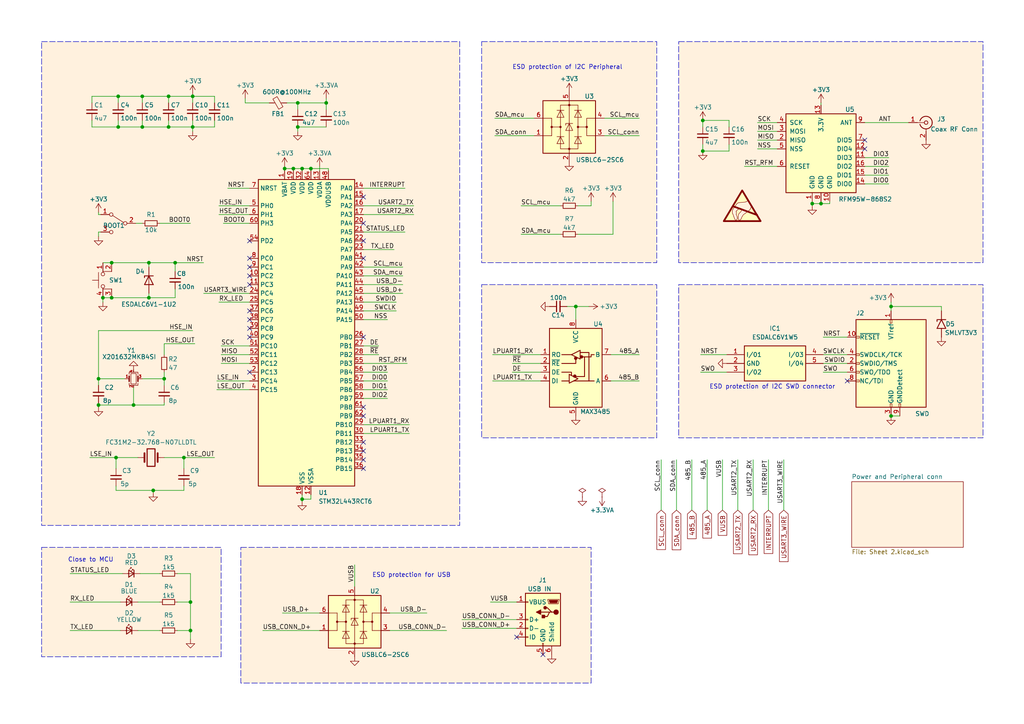
<source format=kicad_sch>
(kicad_sch (version 20230121) (generator eeschema)
  (paper "A4")
  (title_block (title "NPK RFM96 Board") (date "2023-08-11") (rev "v1a") (company "SENSEA LABS"))
  (lib_symbols
    (symbol "Collins_Custom_Libs:Conn_Coaxial_RF_Connector"
      (property "Reference" "J" (at 0 3.175 0))
      (property "Value" "Coax RF Conn" (at 3.175 -0.635 90))
      (symbol "Conn_Coaxial_RF_Connector_1_1"
        (pin passive line (at -5.08 0 0) (length 2.54) (name "In") (number "1"))
        (pin passive line (at 0 -5.08 90) (length 2.54) (name "GND") (number "2"))
        (pin passive line (at 0 -5.08 90) (length 2.54) hide (name "GND") (number "3"))
      )
    )
    (symbol "Collins_Custom_Libs:ESDALC6V1W5"
      (property "Reference" "IC" (at 24.13 7.62 0))
      (property "Value" "ESDALC6V1W5" (at 24.13 5.08 0))
      (symbol "ESDALC6V1W5_1_1"
        (pin passive line (at 0 0 0) (length 5.08) (name "I/01") (number "1"))
        (pin passive line (at 0 -2.54 0) (length 5.08) (name "GND") (number "2"))
        (pin passive line (at 0 -5.08 0) (length 5.08) (name "I/02") (number "3"))
        (pin passive line (at 27.94 0 180) (length 5.08) (name "I/03") (number "4"))
        (pin passive line (at 27.94 -2.54 180) (length 5.08) (name "I/04") (number "5"))
      )
    )
    (symbol "Connector:Conn_ARM_JTAG_SWD_10" (pin_names (offset 1.016))
      (property "Reference" "J" (at -2.54 16.51 0))
      (property "Value" "Conn_ARM_JTAG_SWD_10" (at -2.54 13.97 0))
      (symbol "Conn_ARM_JTAG_SWD_10_1_1"
        (pin power_in line (at 0 15.24 270) (length 2.54) (name "VTref") (number "1"))
        (pin open_collector line (at 12.7 7.62 180) (length 2.54) (name "~{RESET}") (number "10"))
        (pin bidirectional line (at 12.7 0 180) (length 2.54) (name "SWDIO/TMS") (number "2"))
        (pin power_in line (at 0 -15.24 90) (length 2.54) (name "GND") (number "3"))
        (pin output line (at 12.7 2.54 180) (length 2.54) (name "SWDCLK/TCK") (number "4"))
        (pin passive line (at 0 -15.24 90) (length 2.54) hide (name "GND") (number "5"))
        (pin input line (at 12.7 -2.54 180) (length 2.54) (name "SWO/TDO") (number "6"))
        (pin no_connect line (at -10.16 0 0) (length 2.54) hide (name "KEY") (number "7"))
        (pin output line (at 12.7 -5.08 180) (length 2.54) (name "NC/TDI") (number "8"))
        (pin passive line (at -2.54 -15.24 90) (length 2.54) (name "GNDDetect") (number "9"))
      )
    )
    (symbol "Connector:USB_B_Micro" (pin_names (offset 1.016))
      (property "Reference" "J" (at -5.08 11.43 0))
      (property "Value" "USB_B_Micro" (at -5.08 8.89 0))
      (symbol "USB_B_Micro_1_1"
        (pin power_out line (at 7.62 5.08 180) (length 2.54) (name "VBUS") (number "1"))
        (pin bidirectional line (at 7.62 -2.54 180) (length 2.54) (name "D-") (number "2"))
        (pin bidirectional line (at 7.62 0 180) (length 2.54) (name "D+") (number "3"))
        (pin passive line (at 7.62 -5.08 180) (length 2.54) (name "ID") (number "4"))
        (pin power_out line (at 0 -10.16 90) (length 2.54) (name "GND") (number "5"))
        (pin passive line (at -2.54 -10.16 90) (length 2.54) (name "Shield") (number "6"))
      )
    )
    (symbol "Device:C_Small" (pin_numbers hide) (pin_names (offset 0.254) hide)
      (property "Reference" "C" (at 0.254 1.778 0))
      (property "Value" "C_Small" (at 0.254 -2.032 0))
      (symbol "C_Small_1_1"
        (pin passive line (at 0 2.54 270) (length 2.032) (name "~") (number "1"))
        (pin passive line (at 0 -2.54 90) (length 2.032) (name "~") (number "2"))
      )
    )
    (symbol "Device:Crystal" (pin_numbers hide) (pin_names (offset 1.016) hide)
      (property "Reference" "Y" (at 0 3.81 0))
      (property "Value" "Crystal" (at 0 -3.81 0))
      (symbol "Crystal_1_1"
        (pin passive line (at -3.81 0 0) (length 1.27) (name "1") (number "1"))
        (pin passive line (at 3.81 0 180) (length 1.27) (name "2") (number "2"))
      )
    )
    (symbol "Device:Crystal_GND24_Small" (pin_names (offset 1.016) hide)
      (property "Reference" "Y" (at 1.27 4.445 0))
      (property "Value" "Crystal_GND24_Small" (at 1.27 2.54 0))
      (symbol "Crystal_GND24_Small_1_1"
        (pin passive line (at -2.54 0 0) (length 1.27) (name "1") (number "1"))
        (pin passive line (at 0 -2.54 90) (length 0.635) (name "2") (number "2"))
        (pin passive line (at 2.54 0 180) (length 1.27) (name "3") (number "3"))
        (pin passive line (at 0 2.54 270) (length 0.635) (name "4") (number "4"))
      )
    )
    (symbol "Device:FerriteBead_Small" (pin_numbers hide) (pin_names (offset 0))
      (property "Reference" "FB" (at 1.905 1.27 0))
      (property "Value" "FerriteBead_Small" (at 1.905 -1.27 0))
      (symbol "FerriteBead_Small_1_1"
        (pin passive line (at 0 2.54 270) (length 1.27) (name "~") (number "1"))
        (pin passive line (at 0 -2.54 90) (length 1.27) (name "~") (number "2"))
      )
    )
    (symbol "Device:LED_Small" (pin_numbers hide) (pin_names (offset 0.254) hide)
      (property "Reference" "D" (at -1.27 3.175 0))
      (property "Value" "LED_Small" (at -4.445 -2.54 0))
      (symbol "LED_Small_1_1"
        (pin passive line (at -2.54 0 0) (length 1.778) (name "K") (number "1"))
        (pin passive line (at 2.54 0 180) (length 1.778) (name "A") (number "2"))
      )
    )
    (symbol "Device:R_Small" (pin_numbers hide) (pin_names (offset 0.254) hide)
      (property "Reference" "R" (at 0.762 0.508 0))
      (property "Value" "R_Small" (at 0.762 -1.016 0))
      (symbol "R_Small_1_1"
        (pin passive line (at 0 2.54 270) (length 0.762) (name "~") (number "1"))
        (pin passive line (at 0 -2.54 90) (length 0.762) (name "~") (number "2"))
      )
    )
    (symbol "Diode:ESD5Zxx" (pin_numbers hide) (pin_names hide)
      (property "Reference" "D" (at 0 2.54 0))
      (property "Value" "ESD5Zxx" (at 0 -2.54 0))
      (symbol "ESD5Zxx_1_1"
        (pin passive line (at -3.81 0 0) (length 2.54) (name "K") (number "1"))
        (pin passive line (at 3.81 0 180) (length 2.54) (name "A") (number "2"))
      )
    )
    (symbol "Diode:SM6T6V8A" (pin_numbers hide) (pin_names (offset 1.016) hide)
      (property "Reference" "D" (at 0 2.54 0))
      (property "Value" "SM6T6V8A" (at 0 -2.54 0))
      (symbol "SM6T6V8A_1_1"
        (pin passive line (at -3.81 0 0) (length 2.54) (name "A1") (number "1"))
        (pin passive line (at 3.81 0 180) (length 2.54) (name "A2") (number "2"))
      )
    )
    (symbol "Graphic:SYM_ESD_Large" (in_bom no) (on_board no))
    (symbol "Interface_UART:MAX3485"
      (property "Reference" "U" (at -6.096 11.43 0))
      (property "Value" "MAX3485" (at 0.762 11.43 0))
      (symbol "MAX3485_1_1"
        (pin output line (at -10.16 2.54 0) (length 2.54) (name "RO") (number "1"))
        (pin input line (at -10.16 0 0) (length 2.54) (name "~{RE}") (number "2"))
        (pin input line (at -10.16 -2.54 0) (length 2.54) (name "DE") (number "3"))
        (pin input line (at -10.16 -5.08 0) (length 2.54) (name "DI") (number "4"))
        (pin power_in line (at 0 -15.24 90) (length 2.54) (name "GND") (number "5"))
        (pin bidirectional line (at 10.16 -5.08 180) (length 2.54) (name "A") (number "6"))
        (pin bidirectional line (at 10.16 2.54 180) (length 2.54) (name "B") (number "7"))
        (pin power_in line (at 0 12.7 270) (length 2.54) (name "VCC") (number "8"))
      )
    )
    (symbol "MCU_ST_STM32L4:STM32L443RCTx"
      (property "Reference" "U" (at -12.7 46.99 0))
      (property "Value" "STM32L443RCTx" (at 10.16 46.99 0))
      (symbol "STM32L443RCTx_1_1"
        (pin power_in line (at -5.08 48.26 270) (length 2.54) (name "VBAT") (number "1"))
        (pin bidirectional line (at -15.24 17.78 0) (length 2.54) (name "PC2") (number "10"))
        (pin bidirectional line (at -15.24 15.24 0) (length 2.54) (name "PC3") (number "11"))
        (pin power_in line (at 2.54 -45.72 90) (length 2.54) (name "VSSA") (number "12"))
        (pin power_in line (at 5.08 48.26 270) (length 2.54) (name "VDDA") (number "13"))
        (pin bidirectional line (at 17.78 43.18 180) (length 2.54) (name "PA0") (number "14"))
        (pin bidirectional line (at 17.78 40.64 180) (length 2.54) (name "PA1") (number "15"))
        (pin bidirectional line (at 17.78 38.1 180) (length 2.54) (name "PA2") (number "16"))
        (pin bidirectional line (at 17.78 35.56 180) (length 2.54) (name "PA3") (number "17"))
        (pin power_in line (at 0 -45.72 90) (length 2.54) (name "VSS") (number "18"))
        (pin power_in line (at -2.54 48.26 270) (length 2.54) (name "VDD") (number "19"))
        (pin bidirectional line (at -15.24 -10.16 0) (length 2.54) (name "PC13") (number "2"))
        (pin bidirectional line (at 17.78 33.02 180) (length 2.54) (name "PA4") (number "20"))
        (pin bidirectional line (at 17.78 30.48 180) (length 2.54) (name "PA5") (number "21"))
        (pin bidirectional line (at 17.78 27.94 180) (length 2.54) (name "PA6") (number "22"))
        (pin bidirectional line (at 17.78 25.4 180) (length 2.54) (name "PA7") (number "23"))
        (pin bidirectional line (at -15.24 12.7 0) (length 2.54) (name "PC4") (number "24"))
        (pin bidirectional line (at -15.24 10.16 0) (length 2.54) (name "PC5") (number "25"))
        (pin bidirectional line (at 17.78 0 180) (length 2.54) (name "PB0") (number "26"))
        (pin bidirectional line (at 17.78 -2.54 180) (length 2.54) (name "PB1") (number "27"))
        (pin bidirectional line (at 17.78 -5.08 180) (length 2.54) (name "PB2") (number "28"))
        (pin bidirectional line (at 17.78 -25.4 180) (length 2.54) (name "PB10") (number "29"))
        (pin bidirectional line (at -15.24 -12.7 0) (length 2.54) (name "PC14") (number "3"))
        (pin bidirectional line (at 17.78 -27.94 180) (length 2.54) (name "PB11") (number "30"))
        (pin passive line (at 0 -45.72 90) (length 2.54) hide (name "VSS") (number "31"))
        (pin power_in line (at 0 48.26 270) (length 2.54) (name "VDD") (number "32"))
        (pin bidirectional line (at 17.78 -30.48 180) (length 2.54) (name "PB12") (number "33"))
        (pin bidirectional line (at 17.78 -33.02 180) (length 2.54) (name "PB13") (number "34"))
        (pin bidirectional line (at 17.78 -35.56 180) (length 2.54) (name "PB14") (number "35"))
        (pin bidirectional line (at 17.78 -38.1 180) (length 2.54) (name "PB15") (number "36"))
        (pin bidirectional line (at -15.24 7.62 0) (length 2.54) (name "PC6") (number "37"))
        (pin bidirectional line (at -15.24 5.08 0) (length 2.54) (name "PC7") (number "38"))
        (pin bidirectional line (at -15.24 2.54 0) (length 2.54) (name "PC8") (number "39"))
        (pin bidirectional line (at -15.24 -15.24 0) (length 2.54) (name "PC15") (number "4"))
        (pin bidirectional line (at -15.24 0 0) (length 2.54) (name "PC9") (number "40"))
        (pin bidirectional line (at 17.78 22.86 180) (length 2.54) (name "PA8") (number "41"))
        (pin bidirectional line (at 17.78 20.32 180) (length 2.54) (name "PA9") (number "42"))
        (pin bidirectional line (at 17.78 17.78 180) (length 2.54) (name "PA10") (number "43"))
        (pin bidirectional line (at 17.78 15.24 180) (length 2.54) (name "PA11") (number "44"))
        (pin bidirectional line (at 17.78 12.7 180) (length 2.54) (name "PA12") (number "45"))
        (pin bidirectional line (at 17.78 10.16 180) (length 2.54) (name "PA13") (number "46"))
        (pin passive line (at 0 -45.72 90) (length 2.54) hide (name "VSS") (number "47"))
        (pin power_in line (at 7.62 48.26 270) (length 2.54) (name "VDDUSB") (number "48"))
        (pin bidirectional line (at 17.78 7.62 180) (length 2.54) (name "PA14") (number "49"))
        (pin bidirectional line (at -15.24 38.1 0) (length 2.54) (name "PH0") (number "5"))
        (pin bidirectional line (at 17.78 5.08 180) (length 2.54) (name "PA15") (number "50"))
        (pin bidirectional line (at -15.24 -2.54 0) (length 2.54) (name "PC10") (number "51"))
        (pin bidirectional line (at -15.24 -5.08 0) (length 2.54) (name "PC11") (number "52"))
        (pin bidirectional line (at -15.24 -7.62 0) (length 2.54) (name "PC12") (number "53"))
        (pin bidirectional line (at -15.24 27.94 0) (length 2.54) (name "PD2") (number "54"))
        (pin bidirectional line (at 17.78 -7.62 180) (length 2.54) (name "PB3") (number "55"))
        (pin bidirectional line (at 17.78 -10.16 180) (length 2.54) (name "PB4") (number "56"))
        (pin bidirectional line (at 17.78 -12.7 180) (length 2.54) (name "PB5") (number "57"))
        (pin bidirectional line (at 17.78 -15.24 180) (length 2.54) (name "PB6") (number "58"))
        (pin bidirectional line (at 17.78 -17.78 180) (length 2.54) (name "PB7") (number "59"))
        (pin bidirectional line (at -15.24 35.56 0) (length 2.54) (name "PH1") (number "6"))
        (pin bidirectional line (at -15.24 33.02 0) (length 2.54) (name "PH3") (number "60"))
        (pin bidirectional line (at 17.78 -20.32 180) (length 2.54) (name "PB8") (number "61"))
        (pin bidirectional line (at 17.78 -22.86 180) (length 2.54) (name "PB9") (number "62"))
        (pin passive line (at 0 -45.72 90) (length 2.54) hide (name "VSS") (number "63"))
        (pin power_in line (at 2.54 48.26 270) (length 2.54) (name "VDD") (number "64"))
        (pin input line (at -15.24 43.18 0) (length 2.54) (name "NRST") (number "7"))
        (pin bidirectional line (at -15.24 22.86 0) (length 2.54) (name "PC0") (number "8"))
        (pin bidirectional line (at -15.24 20.32 0) (length 2.54) (name "PC1") (number "9"))
      )
    )
    (symbol "Power_Protection:USBLC6-2SC6" (pin_names hide)
      (property "Reference" "U" (at 2.54 8.89 0))
      (property "Value" "USBLC6-2SC6" (at 2.54 -8.89 0))
      (symbol "USBLC6-2SC6_1_1"
        (pin passive line (at -10.16 -2.54 0) (length 2.54) (name "I/O1") (number "1"))
        (pin passive line (at 0 -10.16 90) (length 2.54) (name "GND") (number "2"))
        (pin passive line (at 10.16 -2.54 180) (length 2.54) (name "I/O2") (number "3"))
        (pin passive line (at 10.16 2.54 180) (length 2.54) (name "I/O2") (number "4"))
        (pin passive line (at 0 10.16 270) (length 2.54) (name "VBUS") (number "5"))
        (pin passive line (at -10.16 2.54 0) (length 2.54) (name "I/O1") (number "6"))
      )
    )
    (symbol "RF_Module:RFM95W-868S2" (pin_names (offset 1.016))
      (property "Reference" "U" (at -10.414 11.684 0))
      (property "Value" "RFM95W-868S2" (at 1.524 11.43 0))
      (symbol "RFM95W-868S2_1_1"
        (pin power_in line (at -2.54 -15.24 90) (length 2.54) (name "GND") (number "1"))
        (pin power_in line (at 2.54 -15.24 90) (length 2.54) (name "GND") (number "10"))
        (pin bidirectional line (at 12.7 -2.54 180) (length 2.54) (name "DIO3") (number "11"))
        (pin bidirectional line (at 12.7 0 180) (length 2.54) (name "DIO4") (number "12"))
        (pin power_in line (at 0 12.7 270) (length 2.54) (name "3.3V") (number "13"))
        (pin bidirectional line (at 12.7 -10.16 180) (length 2.54) (name "DIO0") (number "14"))
        (pin bidirectional line (at 12.7 -7.62 180) (length 2.54) (name "DIO1") (number "15"))
        (pin bidirectional line (at 12.7 -5.08 180) (length 2.54) (name "DIO2") (number "16"))
        (pin output line (at -12.7 2.54 0) (length 2.54) (name "MISO") (number "2"))
        (pin input line (at -12.7 5.08 0) (length 2.54) (name "MOSI") (number "3"))
        (pin input line (at -12.7 7.62 0) (length 2.54) (name "SCK") (number "4"))
        (pin input line (at -12.7 0 0) (length 2.54) (name "NSS") (number "5"))
        (pin bidirectional line (at -12.7 -5.08 0) (length 2.54) (name "RESET") (number "6"))
        (pin bidirectional line (at 12.7 2.54 180) (length 2.54) (name "DIO5") (number "7"))
        (pin power_in line (at 0 -15.24 90) (length 2.54) (name "GND") (number "8"))
        (pin bidirectional line (at 12.7 7.62 180) (length 2.54) (name "ANT") (number "9"))
      )
    )
    (symbol "Switch:SW_MEC_5E" (pin_names (offset 1.016) hide)
      (property "Reference" "SW" (at 0.635 5.715 0))
      (property "Value" "SW_MEC_5E" (at 0 -3.175 0))
      (symbol "SW_MEC_5E_0_1"
        (pin passive line (at -5.08 2.54 0) (length 2.54) (name "1") (number "1"))
        (pin passive line (at -5.08 0 0) (length 2.54) (name "2") (number "2"))
        (pin passive line (at 5.08 0 180) (length 2.54) (name "K") (number "3"))
        (pin passive line (at 5.08 2.54 180) (length 2.54) (name "A") (number "4"))
      )
    )
    (symbol "Switch:SW_SPDT" (pin_names (offset 0) hide)
      (property "Reference" "SW" (at 0 4.318 0))
      (property "Value" "SW_SPDT" (at 0 -5.08 0))
      (symbol "SW_SPDT_1_1"
        (pin passive line (at 5.08 2.54 180) (length 2.54) (name "A") (number "1"))
        (pin passive line (at -5.08 0 0) (length 2.54) (name "B") (number "2"))
        (pin passive line (at 5.08 -2.54 180) (length 2.54) (name "C") (number "3"))
      )
    )
    (symbol "power:+3.3VA" (power) (pin_names (offset 0))
      (property "Value" "+3.3VA" (at 0 3.556 0))
      (symbol "+3.3VA_1_1"
        (pin power_in line (at 0 0 90) (length 0) hide (name "+3.3VA") (number "1"))
      )
    )
    (symbol "power:+3V3" (power) (pin_names (offset 0))
      (property "Value" "+3V3" (at 0 3.556 0))
      (symbol "+3V3_1_1"
        (pin power_in line (at 0 0 90) (length 0) hide (name "+3V3") (number "1"))
      )
    )
    (symbol "power:GND" (power) (pin_names (offset 0))
      (property "Value" "GND" (at 0 -3.81 0))
      (symbol "GND_1_1"
        (pin power_in line (at 0 0 270) (length 0) hide (name "GND") (number "1"))
      )
    )
    (symbol "power:PWR_FLAG" (power) (pin_numbers hide) (pin_names (offset 0) hide)
      (property "Value" "PWR_FLAG" (at 0 3.81 0))
      (symbol "PWR_FLAG_0_0"
        (pin power_out line (at 0 0 90) (length 0) (name "pwr") (number "1"))
      )
    )
  )
  (junction (at 34.29 27.94))
  (junction (at 38.735 117.475))
  (junction (at 82.55 48.895))
  (junction (at 28.575 117.475))
  (junction (at 87.63 48.895))
  (junction (at 258.445 120.65))
  (junction (at 48.895 27.94))
  (junction (at 238.125 59.055))
  (junction (at 50.8 76.2))
  (junction (at 203.835 43.815))
  (junction (at 44.45 142.24))
  (junction (at 86.36 36.83))
  (junction (at 86.36 29.845))
  (junction (at 41.275 36.83))
  (junction (at 47.625 109.855))
  (junction (at 85.09 48.895))
  (junction (at 167.005 88.9))
  (junction (at 41.275 27.94))
  (junction (at 32.385 86.36))
  (junction (at 53.34 132.715))
  (junction (at 33.655 132.715))
  (junction (at 94.615 29.845))
  (junction (at 87.63 144.78))
  (junction (at 29.845 86.36))
  (junction (at 28.575 109.855))
  (junction (at 55.245 182.88))
  (junction (at 43.18 86.36))
  (junction (at 43.18 76.2))
  (junction (at 34.29 36.83))
  (junction (at 32.385 76.2))
  (junction (at 235.585 59.055))
  (junction (at 55.88 27.94))
  (junction (at 258.445 88.9))
  (junction (at 203.835 34.925))
  (junction (at 55.88 36.83))
  (junction (at 48.895 36.83))
  (junction (at 55.245 174.625))
  (junction (at 90.17 48.895))
  (no_connect (at 105.41 130.81))
  (no_connect (at 245.745 110.49))
  (no_connect (at 250.825 43.18))
  (no_connect (at 149.86 184.785))
  (no_connect (at 72.39 95.25))
  (no_connect (at 157.48 189.865))
  (no_connect (at 72.39 74.93))
  (no_connect (at 105.41 57.15))
  (no_connect (at 72.39 82.55))
  (no_connect (at 72.39 97.79))
  (no_connect (at 72.39 107.95))
  (no_connect (at 72.39 80.01))
  (no_connect (at 250.825 40.64))
  (no_connect (at 105.41 128.27))
  (no_connect (at 105.41 135.89))
  (no_connect (at 72.39 90.17))
  (no_connect (at 105.41 74.93))
  (no_connect (at 105.41 120.65))
  (no_connect (at 72.39 92.71))
  (no_connect (at 105.41 133.35))
  (no_connect (at 105.41 69.85))
  (no_connect (at 72.39 69.85))
  (no_connect (at 105.41 118.11))
  (no_connect (at 105.41 64.77))
  (no_connect (at 72.39 77.47))
  (no_connect (at 105.41 97.79))
  (wire (pts (xy 87.63 48.895) (xy 87.63 49.53)))
  (wire (pts (xy 86.36 31.75) (xy 86.36 29.845)))
  (wire (pts (xy 63.5 87.63) (xy 72.39 87.63)))
  (wire (pts (xy 162.56 67.945) (xy 151.13 67.945)))
  (wire (pts (xy 205.105 133.35) (xy 205.105 147.955)))
  (wire (pts (xy 238.76 97.79) (xy 245.745 97.79)))
  (wire (pts (xy 258.445 87.63) (xy 258.445 88.9)))
  (wire (pts (xy 90.17 144.78) (xy 90.17 143.51)))
  (wire (pts (xy 26.67 36.83) (xy 34.29 36.83)))
  (wire (pts (xy 33.655 140.97) (xy 33.655 142.24)))
  (wire (pts (xy 171.45 59.69) (xy 171.45 58.42)))
  (wire (pts (xy 51.435 166.37) (xy 55.245 166.37)))
  (wire (pts (xy 40.005 182.88) (xy 46.355 182.88)))
  (wire (pts (xy 133.985 182.245) (xy 149.86 182.245)))
  (wire (pts (xy 90.17 49.53) (xy 90.17 48.895)))
  (wire (pts (xy 82.55 48.895) (xy 82.55 49.53)))
  (wire (pts (xy 154.94 39.37) (xy 143.51 39.37)))
  (wire (pts (xy 48.895 27.94) (xy 41.275 27.94)))
  (wire (pts (xy 105.41 105.41) (xy 118.11 105.41)))
  (wire (pts (xy 245.745 107.95) (xy 238.76 107.95)))
  (wire (pts (xy 102.87 163.83) (xy 102.87 170.18)))
  (wire (pts (xy 48.895 34.925) (xy 48.895 36.83)))
  (wire (pts (xy 64.135 100.33) (xy 72.39 100.33)))
  (wire (pts (xy 34.29 36.83) (xy 41.275 36.83)))
  (wire (pts (xy 62.23 34.925) (xy 62.23 36.83)))
  (wire (pts (xy 240.665 59.055) (xy 238.125 59.055)))
  (wire (pts (xy 43.18 76.2) (xy 32.385 76.2)))
  (wire (pts (xy 50.8 83.82) (xy 50.8 86.36)))
  (wire (pts (xy 167.64 59.69) (xy 171.45 59.69)))
  (wire (pts (xy 87.63 144.78) (xy 87.63 143.51)))
  (wire (pts (xy 105.41 85.09) (xy 116.84 85.09)))
  (wire (pts (xy 92.71 48.26) (xy 92.71 49.53)))
  (wire (pts (xy 26.67 27.94) (xy 34.29 27.94)))
  (wire (pts (xy 55.245 174.625) (xy 55.245 182.88)))
  (wire (pts (xy 133.985 179.705) (xy 149.86 179.705)))
  (wire (pts (xy 245.745 102.87) (xy 238.76 102.87)))
  (wire (pts (xy 41.275 109.855) (xy 47.625 109.855)))
  (wire (pts (xy 40.005 174.625) (xy 46.355 174.625)))
  (wire (pts (xy 177.165 110.49) (xy 185.42 110.49)))
  (wire (pts (xy 28.575 117.475) (xy 38.735 117.475)))
  (wire (pts (xy 177.8 67.945) (xy 177.8 58.42)))
  (wire (pts (xy 66.04 54.61) (xy 72.39 54.61)))
  (wire (pts (xy 191.77 133.35) (xy 191.77 147.955)))
  (wire (pts (xy 64.135 105.41) (xy 72.39 105.41)))
  (wire (pts (xy 33.655 135.89) (xy 33.655 132.715)))
  (wire (pts (xy 28.575 118.11) (xy 28.575 117.475)))
  (wire (pts (xy 47.625 107.95) (xy 47.625 109.855)))
  (wire (pts (xy 28.575 62.23) (xy 28.575 61.595)))
  (wire (pts (xy 238.125 59.055) (xy 235.585 59.055)))
  (wire (pts (xy 250.825 48.26) (xy 257.81 48.26)))
  (wire (pts (xy 32.385 86.36) (xy 43.18 86.36)))
  (wire (pts (xy 50.8 76.2) (xy 59.055 76.2)))
  (wire (pts (xy 50.8 76.2) (xy 50.8 78.74)))
  (wire (pts (xy 250.825 50.8) (xy 257.81 50.8)))
  (wire (pts (xy 105.41 54.61) (xy 117.475 54.61)))
  (wire (pts (xy 64.135 102.87) (xy 72.39 102.87)))
  (wire (pts (xy 105.41 113.03) (xy 112.395 113.03)))
  (wire (pts (xy 105.41 102.87) (xy 109.855 102.87)))
  (wire (pts (xy 203.835 43.815) (xy 211.455 43.815)))
  (wire (pts (xy 196.215 133.35) (xy 196.215 147.955)))
  (wire (pts (xy 29.845 86.36) (xy 29.845 87.63)))
  (wire (pts (xy 170.815 88.9) (xy 167.005 88.9)))
  (wire (pts (xy 105.41 82.55) (xy 116.84 82.55)))
  (wire (pts (xy 113.03 182.88) (xy 129.54 182.88)))
  (wire (pts (xy 164.465 88.9) (xy 167.005 88.9)))
  (wire (pts (xy 105.41 90.17) (xy 114.935 90.17)))
  (wire (pts (xy 142.24 174.625) (xy 149.86 174.625)))
  (wire (pts (xy 38.735 117.475) (xy 38.735 112.395)))
  (wire (pts (xy 213.995 133.35) (xy 213.995 147.955)))
  (wire (pts (xy 148.59 105.41) (xy 156.845 105.41)))
  (wire (pts (xy 105.41 77.47) (xy 116.84 77.47)))
  (wire (pts (xy 41.275 27.94) (xy 41.275 29.845)))
  (wire (pts (xy 51.435 182.88) (xy 55.245 182.88)))
  (wire (pts (xy 47.625 99.695) (xy 47.625 102.87)))
  (wire (pts (xy 154.94 34.29) (xy 143.51 34.29)))
  (wire (pts (xy 105.41 67.31) (xy 117.475 67.31)))
  (wire (pts (xy 148.59 107.95) (xy 156.845 107.95)))
  (wire (pts (xy 56.515 99.695) (xy 47.625 99.695)))
  (wire (pts (xy 258.445 120.65) (xy 260.985 120.65)))
  (wire (pts (xy 250.825 45.72) (xy 257.81 45.72)))
  (wire (pts (xy 28.575 95.885) (xy 55.88 95.885)))
  (wire (pts (xy 44.45 142.24) (xy 44.45 142.875)))
  (wire (pts (xy 240.665 58.42) (xy 240.665 59.055)))
  (wire (pts (xy 28.575 109.855) (xy 28.575 111.76)))
  (wire (pts (xy 55.88 27.305) (xy 55.88 27.94)))
  (wire (pts (xy 62.865 110.49) (xy 72.39 110.49)))
  (wire (pts (xy 81.915 177.8) (xy 92.71 177.8)))
  (wire (pts (xy 32.385 76.2) (xy 29.845 76.2)))
  (wire (pts (xy 142.875 102.87) (xy 156.845 102.87)))
  (wire (pts (xy 53.34 142.24) (xy 44.45 142.24)))
  (wire (pts (xy 33.655 142.24) (xy 44.45 142.24)))
  (wire (pts (xy 36.195 109.855) (xy 28.575 109.855)))
  (wire (pts (xy 47.625 116.84) (xy 47.625 117.475)))
  (wire (pts (xy 203.835 41.91) (xy 203.835 43.815)))
  (wire (pts (xy 227.33 133.35) (xy 227.33 147.955)))
  (wire (pts (xy 55.245 182.88) (xy 55.245 185.42)))
  (wire (pts (xy 87.63 144.78) (xy 90.17 144.78)))
  (wire (pts (xy 105.41 80.01) (xy 116.84 80.01)))
  (wire (pts (xy 55.88 27.94) (xy 48.895 27.94)))
  (wire (pts (xy 175.26 34.29) (xy 185.42 34.29)))
  (wire (pts (xy 59.055 85.09) (xy 72.39 85.09)))
  (wire (pts (xy 219.71 40.64) (xy 225.425 40.64)))
  (wire (pts (xy 55.88 38.1) (xy 55.88 36.83)))
  (wire (pts (xy 235.585 59.055) (xy 235.585 58.42)))
  (wire (pts (xy 43.18 76.2) (xy 43.18 77.47)))
  (wire (pts (xy 87.63 145.415) (xy 87.63 144.78)))
  (wire (pts (xy 28.575 67.31) (xy 28.575 68.58)))
  (wire (pts (xy 167.005 88.9) (xy 167.005 92.71)))
  (wire (pts (xy 86.36 36.83) (xy 86.36 38.1)))
  (wire (pts (xy 47.625 132.715) (xy 53.34 132.715)))
  (wire (pts (xy 215.9 48.26) (xy 225.425 48.26)))
  (wire (pts (xy 76.2 182.88) (xy 92.71 182.88)))
  (wire (pts (xy 50.8 86.36) (xy 43.18 86.36)))
  (wire (pts (xy 105.41 115.57) (xy 112.395 115.57)))
  (wire (pts (xy 26.035 132.715) (xy 33.655 132.715)))
  (wire (pts (xy 62.23 36.83) (xy 55.88 36.83)))
  (wire (pts (xy 41.275 34.925) (xy 41.275 36.83)))
  (wire (pts (xy 41.275 36.83) (xy 48.895 36.83)))
  (wire (pts (xy 41.275 64.77) (xy 39.37 64.77)))
  (wire (pts (xy 105.41 107.95) (xy 112.395 107.95)))
  (wire (pts (xy 219.71 38.1) (xy 225.425 38.1)))
  (wire (pts (xy 105.41 123.19) (xy 118.745 123.19)))
  (wire (pts (xy 63.5 59.69) (xy 72.39 59.69)))
  (wire (pts (xy 218.44 133.35) (xy 218.44 147.955)))
  (wire (pts (xy 210.82 102.87) (xy 203.2 102.87)))
  (wire (pts (xy 85.09 48.895) (xy 87.63 48.895)))
  (wire (pts (xy 105.41 87.63) (xy 114.935 87.63)))
  (wire (pts (xy 105.41 100.33) (xy 109.855 100.33)))
  (wire (pts (xy 94.615 36.83) (xy 86.36 36.83)))
  (wire (pts (xy 83.185 29.845) (xy 86.36 29.845)))
  (wire (pts (xy 71.12 29.845) (xy 78.105 29.845)))
  (wire (pts (xy 29.21 67.31) (xy 28.575 67.31)))
  (wire (pts (xy 209.55 133.35) (xy 209.55 147.955)))
  (wire (pts (xy 211.455 41.91) (xy 211.455 43.815)))
  (wire (pts (xy 55.88 27.94) (xy 62.23 27.94)))
  (wire (pts (xy 210.82 107.95) (xy 203.2 107.95)))
  (wire (pts (xy 55.88 27.94) (xy 55.88 29.845)))
  (wire (pts (xy 82.55 48.895) (xy 85.09 48.895)))
  (wire (pts (xy 43.18 86.36) (xy 43.18 85.09)))
  (wire (pts (xy 105.41 72.39) (xy 114.3 72.39)))
  (wire (pts (xy 53.34 132.715) (xy 62.23 132.715)))
  (wire (pts (xy 273.05 90.17) (xy 273.05 88.9)))
  (wire (pts (xy 258.445 88.9) (xy 258.445 90.17)))
  (wire (pts (xy 273.05 88.9) (xy 258.445 88.9)))
  (wire (pts (xy 26.67 29.845) (xy 26.67 27.94)))
  (wire (pts (xy 94.615 31.75) (xy 94.615 29.845)))
  (wire (pts (xy 177.165 102.87) (xy 185.42 102.87)))
  (wire (pts (xy 175.26 39.37) (xy 185.42 39.37)))
  (wire (pts (xy 32.385 86.36) (xy 29.845 86.36)))
  (wire (pts (xy 55.245 64.77) (xy 46.355 64.77)))
  (wire (pts (xy 64.77 64.77) (xy 72.39 64.77)))
  (wire (pts (xy 34.29 27.94) (xy 41.275 27.94)))
  (wire (pts (xy 250.825 35.56) (xy 263.525 35.56)))
  (wire (pts (xy 238.125 58.42) (xy 238.125 59.055)))
  (wire (pts (xy 62.865 113.03) (xy 72.39 113.03)))
  (wire (pts (xy 55.88 36.83) (xy 55.88 34.925)))
  (wire (pts (xy 95.25 49.53) (xy 95.25 48.895)))
  (wire (pts (xy 250.825 53.34) (xy 257.81 53.34)))
  (wire (pts (xy 235.585 59.69) (xy 235.585 59.055)))
  (wire (pts (xy 20.32 182.88) (xy 34.925 182.88)))
  (wire (pts (xy 63.5 62.23) (xy 72.39 62.23)))
  (wire (pts (xy 26.67 34.925) (xy 26.67 36.83)))
  (wire (pts (xy 203.835 34.925) (xy 211.455 34.925)))
  (wire (pts (xy 28.575 95.885) (xy 28.575 109.855)))
  (wire (pts (xy 53.34 140.97) (xy 53.34 142.24)))
  (wire (pts (xy 85.09 48.895) (xy 85.09 49.53)))
  (wire (pts (xy 38.735 117.475) (xy 47.625 117.475)))
  (wire (pts (xy 51.435 174.625) (xy 55.245 174.625)))
  (wire (pts (xy 113.03 177.8) (xy 123.825 177.8)))
  (wire (pts (xy 219.71 35.56) (xy 225.425 35.56)))
  (wire (pts (xy 222.885 133.35) (xy 222.885 147.955)))
  (wire (pts (xy 20.32 174.625) (xy 34.925 174.625)))
  (wire (pts (xy 33.655 132.715) (xy 40.005 132.715)))
  (wire (pts (xy 200.66 133.35) (xy 200.66 147.955)))
  (wire (pts (xy 53.34 132.715) (xy 53.34 135.89)))
  (wire (pts (xy 47.625 109.855) (xy 47.625 111.76)))
  (wire (pts (xy 245.745 105.41) (xy 238.76 105.41)))
  (wire (pts (xy 105.41 59.69) (xy 120.015 59.69)))
  (wire (pts (xy 142.875 110.49) (xy 156.845 110.49)))
  (wire (pts (xy 40.64 166.37) (xy 46.355 166.37)))
  (wire (pts (xy 90.17 48.895) (xy 95.25 48.895)))
  (wire (pts (xy 50.8 76.2) (xy 43.18 76.2)))
  (wire (pts (xy 29.21 62.23) (xy 28.575 62.23)))
  (wire (pts (xy 94.615 29.845) (xy 86.36 29.845)))
  (wire (pts (xy 48.895 36.83) (xy 55.88 36.83)))
  (wire (pts (xy 151.13 59.69) (xy 162.56 59.69)))
  (wire (pts (xy 105.41 92.71) (xy 112.395 92.71)))
  (wire (pts (xy 34.29 27.94) (xy 34.29 29.845)))
  (wire (pts (xy 105.41 110.49) (xy 112.395 110.49)))
  (wire (pts (xy 82.55 48.26) (xy 82.55 48.895)))
  (wire (pts (xy 71.12 28.575) (xy 71.12 29.845)))
  (wire (pts (xy 28.575 117.475) (xy 28.575 116.84)))
  (wire (pts (xy 203.835 36.83) (xy 203.835 34.925)))
  (wire (pts (xy 105.41 62.23) (xy 120.015 62.23)))
  (wire (pts (xy 211.455 34.925) (xy 211.455 36.83)))
  (wire (pts (xy 20.32 166.37) (xy 35.56 166.37)))
  (wire (pts (xy 105.41 125.73) (xy 118.745 125.73)))
  (wire (pts (xy 94.615 28.575) (xy 94.615 29.845)))
  (wire (pts (xy 167.64 67.945) (xy 177.8 67.945)))
  (wire (pts (xy 48.895 27.94) (xy 48.895 29.845)))
  (wire (pts (xy 238.125 29.845) (xy 238.125 30.48)))
  (wire (pts (xy 55.245 166.37) (xy 55.245 174.625)))
  (wire (pts (xy 219.71 43.18) (xy 225.425 43.18)))
  (wire (pts (xy 34.29 34.925) (xy 34.29 36.83)))
  (wire (pts (xy 87.63 48.895) (xy 90.17 48.895)))
  (wire (pts (xy 62.23 29.845) (xy 62.23 27.94)))
  (rectangle (start 12.065 12.065) (end 133.35 152.4) (stroke (width 0) (type dash)) (fill (type color) (color 255 229 191 0.5)))
  (rectangle (start 139.7 12.065) (end 190.5 76.2) (stroke (width 0) (type dash)) (fill (type color) (color 255 229 191 0.5)))
  (rectangle (start 139.7 82.55) (end 190.5 127) (stroke (width 0) (type dash)) (fill (type color) (color 255 229 191 0.5)))
  (rectangle (start 12.065 158.75) (end 64.135 190.5) (stroke (width 0) (type dash)) (fill (type color) (color 255 229 191 0.5)))
  (rectangle (start 196.85 82.55) (end 285.115 127) (stroke (width 0) (type dash)) (fill (type color) (color 255 229 191 0.5)))
  (rectangle (start 69.85 158.75) (end 171.45 198.12) (stroke (width 0) (type dash)) (fill (type color) (color 255 229 191 0.5)))
  (rectangle (start 196.85 12.065) (end 285.115 76.2) (stroke (width 0) (type dash)) (fill (type color) (color 255 229 191 0.5)))
  (text "ESD protection of I2C Peripheral" (at 148.59 20.32 0) (effects (font (size 1.27 1.27)) (justify left bottom)))
  (text "Close to MCU\n" (at 19.685 163.195 0) (effects (font (size 1.27 1.27)) (justify left bottom)))
  (text "ESD protection of I2C SWD connector" (at 205.74 113.03 0) (effects (font (size 1.27 1.27)) (justify left bottom)))
  (text "ESD protection for USB" (at 107.95 167.64 0) (effects (font (size 1.27 1.27)) (justify left bottom)))
  (label "HSE_OUT" (at 63.5 62.23 0))
  (label "VUSB" (at 209.55 133.35 270))
  (label "VUSB" (at 102.87 163.83 270))
  (label "SCK" (at 64.135 100.33 0))
  (label "RST_RFM" (at 215.9 48.26 0))
  (label "SWCLK" (at 245.11 102.87 180))
  (label "SWDIO" (at 114.935 87.63 180))
  (label "USB_D+" (at 81.915 177.8 0))
  (label "LPUART1_RX" (at 118.745 123.19 180))
  (label "MISO" (at 219.71 40.64 0))
  (label "NRST" (at 203.2 102.87 0))
  (label "SDA_mcu" (at 143.51 34.29 0))
  (label "USART3_WIRE" (at 59.055 85.09 0))
  (label "INTERRUPT" (at 222.885 133.35 270))
  (label "USB_CONN_D+" (at 133.985 182.245 0))
  (label "USART3_WIRE" (at 227.33 133.35 270))
  (label "VUSB" (at 142.24 174.625 0))
  (label "SCL_conn" (at 185.42 39.37 180))
  (label "NRST" (at 66.04 54.61 0))
  (label "SDA_conn" (at 196.215 133.35 270))
  (label "DIO1" (at 112.395 113.03 180))
  (label "DIO3" (at 112.395 107.95 180))
  (label "RX_LED" (at 20.32 174.625 0))
  (label "NRST" (at 238.76 97.79 0))
  (label "HSE_IN" (at 63.5 59.69 0))
  (label "BOOT0" (at 64.77 64.77 0))
  (label "LSE_IN" (at 62.865 110.49 0))
  (label "USB_D+" (at 116.84 85.09 180))
  (label "SCL_mcu" (at 185.42 34.29 180))
  (label "MOSI" (at 219.71 38.1 0))
  (label "NSS" (at 112.395 92.71 180))
  (label "USART2_TX" (at 120.015 59.69 180))
  (label "SDA_mcu" (at 116.84 80.01 180))
  (label "HSE_OUT" (at 56.515 99.695 180))
  (label "LSE_IN" (at 26.035 132.715 0))
  (label "DIO2" (at 257.81 48.26 180))
  (label "SWDIO" (at 245.11 105.41 180))
  (label "LPUART1_TX" (at 142.875 110.49 0))
  (label "~{RE}" (at 109.855 102.87 180))
  (label "MOSI" (at 64.135 105.41 0))
  (label "STATUS_LED" (at 117.475 67.31 180))
  (label "DE" (at 109.855 100.33 180))
  (label "SCL_conn" (at 191.77 133.35 270))
  (label "LPUART1_TX" (at 118.745 125.73 180))
  (label "USB_CONN_D-" (at 133.985 179.705 0))
  (label "485_B" (at 200.66 133.35 270))
  (label "~{RE}" (at 148.59 105.41 0))
  (label "LSE_OUT" (at 62.865 113.03 0))
  (label "TX_LED" (at 114.3 72.39 180))
  (label "485_A" (at 205.105 133.35 270))
  (label "USB_CONN_D-" (at 129.54 182.88 180))
  (label "ANT" (at 258.445 35.56 180))
  (label "USB_D-" (at 123.825 177.8 180))
  (label "USB_D-" (at 116.84 82.55 180))
  (label "STATUS_LED" (at 20.32 166.37 0))
  (label "TX_LED" (at 20.32 182.88 0))
  (label "DIO0" (at 257.81 53.34 180))
  (label "DIO1" (at 257.81 50.8 180))
  (label "SCL_mcu" (at 151.13 59.69 0))
  (label "SCK" (at 219.71 35.56 0))
  (label "SWO" (at 238.76 107.95 0))
  (label "DIO2" (at 112.395 115.57 180))
  (label "BOOT0" (at 55.245 64.77 180))
  (label "DIO3" (at 257.81 45.72 180))
  (label "HSE_IN" (at 55.88 95.885 180))
  (label "USART2_TX" (at 213.995 133.35 270))
  (label "485_A" (at 185.42 102.87 180))
  (label "DE" (at 148.59 107.95 0))
  (label "LSE_OUT" (at 62.23 132.715 180))
  (label "LPUART1_RX" (at 142.875 102.87 0))
  (label "USART2_RX" (at 120.015 62.23 180))
  (label "MISO" (at 64.135 102.87 0))
  (label "RX_LED" (at 63.5 87.63 0))
  (label "DIO0" (at 112.395 110.49 180))
  (label "SDA_conn" (at 143.51 39.37 0))
  (label "USB_CONN_D+" (at 76.2 182.88 0))
  (label "SDA_mcu" (at 151.13 67.945 0))
  (label "485_B" (at 185.42 110.49 180))
  (label "NRST" (at 59.055 76.2 180))
  (label "INTERRUPT" (at 117.475 54.61 180))
  (label "NSS" (at 219.71 43.18 0))
  (label "SWO" (at 203.2 107.95 0))
  (label "SWCLK" (at 114.935 90.17 180))
  (label "USART2_RX" (at 218.44 133.35 270))
  (label "RST_RFM" (at 118.11 105.41 180))
  (label "SCL_mcu" (at 116.84 77.47 180))
  (global_label "USART3_WIRE" (shape input) (at 227.33 147.955 270) (property "Intersheetrefs" "${INTERSHEET_REFS}" (effects hide)))
  (global_label "VUSB" (shape input) (at 209.55 147.955 270) (property "Intersheetrefs" "${INTERSHEET_REFS}" (effects hide)))
  (global_label "USART2_RX" (shape input) (at 218.44 147.955 270) (property "Intersheetrefs" "${INTERSHEET_REFS}" (effects hide)))
  (global_label "485_B" (shape input) (at 200.66 147.955 270) (property "Intersheetrefs" "${INTERSHEET_REFS}" (effects hide)))
  (global_label "SCL_conn" (shape input) (at 191.77 147.955 270) (property "Intersheetrefs" "${INTERSHEET_REFS}" (effects hide)))
  (global_label "485_A" (shape input) (at 205.105 147.955 270) (property "Intersheetrefs" "${INTERSHEET_REFS}" (effects hide)))
  (global_label "SDA_conn" (shape input) (at 196.215 147.955 270) (property "Intersheetrefs" "${INTERSHEET_REFS}" (effects hide)))
  (global_label "USART2_TX" (shape input) (at 213.995 147.955 270) (property "Intersheetrefs" "${INTERSHEET_REFS}" (effects hide)))
  (global_label "INTERRUPT" (shape input) (at 222.885 147.955 270) (property "Intersheetrefs" "${INTERSHEET_REFS}" (effects hide)))
  (symbol (lib_id "Diode:ESD5Zxx") (at 43.18 81.28 90) (mirror x) (unit 1)
    (property "Reference" "D4" (at 40.64 78.74 90))
    (property "Value" "ESDALC6V1-1U2" (at 43.18 88.265 90))
    (property "Footprint" "Diode_SMD:D_SOD-523" (effects hide))
    (property "Datasheet" "https://www.onsemi.com/pdf/datasheet/esd5z2.5t1-d.pdf" (effects hide))
  )
  (symbol (lib_id "Device:C_Small") (at 28.575 114.3 0) (mirror y) (unit 1)
    (property "Reference" "C2" (at 33.02 112.395 0) (effects (justify left)))
    (property "Value" "8p" (at 32.385 116.205 0) (effects (justify left)))
    (property "Footprint" "Capacitor_SMD:C_0402_1005Metric" (effects hide))
  )
  (symbol (lib_id "Device:Crystal_GND24_Small") (at 38.735 109.855 0) (unit 1)
    (property "Reference" "Y1" (at 38.1 101.6 0))
    (property "Value" "X201632MKB4SI" (at 37.465 103.505 0))
    (property "Footprint" "Crystal:Crystal_SMD_2016-4Pin_2.0x1.6mm" (effects hide))
    (property "Datasheet" "https://datasheet.lcsc.com/lcsc/2103291240_Yangxing-Tech-X201632MKB4SI_C718072.pdf" (effects hide))
  )
  (symbol (lib_id "power:+3V3") (at 171.45 58.42 0) (unit 1)
    (property "Reference" "#PWR024" (effects hide))
    (property "Value" "+3V3" (at 171.45 54.61 0))
  )
  (symbol (lib_id "Device:C_Small") (at 55.88 32.385 0) (unit 1)
    (property "Reference" "C10" (at 56.515 30.48 0) (effects (justify left)))
    (property "Value" "100n" (at 56.515 34.29 0) (effects (justify left)))
    (property "Footprint" "Capacitor_SMD:C_0402_1005Metric" (effects hide))
  )
  (symbol (lib_id "power:GND") (at 55.245 185.42 0) (unit 1)
    (property "Reference" "#PWR07" (effects hide))
    (property "Value" "GND" (effects hide))
  )
  (symbol (lib_id "power:+3V3") (at 28.575 61.595 0) (mirror y) (unit 1)
    (property "Reference" "#PWR01" (effects hide))
    (property "Value" "+3V3" (at 28.575 57.785 0))
  )
  (symbol (lib_id "power:GND") (at 165.1 46.99 0) (mirror y) (unit 1)
    (property "Reference" "#PWR020" (effects hide))
    (property "Value" "GND" (effects hide))
  )
  (symbol (lib_id "power:GND") (at 268.605 40.64 0) (unit 1)
    (property "Reference" "#PWR034" (effects hide))
    (property "Value" "GND" (effects hide))
  )
  (symbol (lib_id "power:+3V3") (at 238.125 29.845 0) (unit 1)
    (property "Reference" "#PWR031" (effects hide))
    (property "Value" "+3V3" (at 238.125 26.035 0))
  )
  (symbol (lib_id "power:GND") (at 273.05 97.79 0) (unit 1)
    (property "Reference" "#PWR035" (effects hide))
    (property "Value" "GND" (effects hide))
  )
  (symbol (lib_id "power:GND") (at 210.82 105.41 270) (unit 1)
    (property "Reference" "#PWR029" (effects hide))
    (property "Value" "GND" (effects hide))
  )
  (symbol (lib_id "RF_Module:RFM95W-868S2") (at 238.125 43.18 0) (unit 1)
    (property "Reference" "U5" (at 245.11 31.75 0) (effects (justify left)))
    (property "Value" "RFM95W-868S2" (at 243.205 57.785 0) (effects (justify left)))
    (property "Footprint" "Collins_Custom_Libs:HOPERF_RFM9X" (effects hide))
    (property "Datasheet" "https://www.hoperf.com/data/upload/portal/20181127/5bfcbea20e9ef.pdf" (effects hide))
  )
  (symbol (lib_id "Device:FerriteBead_Small") (at 80.645 29.845 90) (mirror x) (unit 1)
    (property "Reference" "FB1" (at 80.645 33.02 90))
    (property "Value" "600R@100MHz" (at 83.185 26.67 90))
    (property "Footprint" "Inductor_SMD:L_0603_1608Metric" (effects hide))
  )
  (symbol (lib_id "Device:C_Small") (at 50.8 81.28 0) (mirror y) (unit 1)
    (property "Reference" "C8" (at 53.975 79.375 0) (effects (justify left)))
    (property "Value" "100n" (at 56.515 83.185 0) (effects (justify left)))
    (property "Footprint" "Capacitor_SMD:C_0402_1005Metric" (effects hide))
  )
  (symbol (lib_id "power:GND") (at 168.91 144.145 0) (unit 1)
    (property "Reference" "#PWR022" (effects hide))
    (property "Value" "GND" (effects hide))
  )
  (symbol (lib_id "power:GND") (at 159.385 88.9 270) (mirror x) (unit 1)
    (property "Reference" "#PWR017" (effects hide))
    (property "Value" "GND" (effects hide))
  )
  (symbol (lib_id "Device:R_Small") (at 48.895 182.88 90) (mirror x) (unit 1)
    (property "Reference" "R5" (at 48.895 178.435 90))
    (property "Value" "1k5" (at 48.895 180.975 90))
    (property "Footprint" "Resistor_SMD:R_0603_1608Metric" (effects hide))
  )
  (symbol (lib_id "power:GND") (at 44.45 142.875 0) (unit 1)
    (property "Reference" "#PWR06" (effects hide))
    (property "Value" "GND" (effects hide))
  )
  (symbol (lib_id "power:GND") (at 258.445 120.65 0) (unit 1)
    (property "Reference" "#PWR033" (effects hide))
    (property "Value" "GND" (effects hide))
  )
  (symbol (lib_id "Switch:SW_MEC_5E") (at 32.385 81.28 90) (mirror x) (unit 1)
    (property "Reference" "SW1" (at 33.655 81.28 90))
    (property "Value" "SW_MEC_5E" (effects hide))
    (property "Footprint" "Collins_Custom_Libs:SW4-SMD-5.2X5.2X1.5MM" (effects hide))
    (property "Datasheet" "http://www.apem.com/int/index.php?controller=attachment&id_attachment=1371" (effects hide))
  )
  (symbol (lib_id "power:GND") (at 167.005 120.65 0) (mirror y) (unit 1)
    (property "Reference" "#PWR021" (effects hide))
    (property "Value" "GND" (effects hide))
  )
  (symbol (lib_id "Collins_Custom_Libs:ESDALC6V1W5") (at 210.82 102.87 0) (unit 1)
    (property "Reference" "IC1" (at 224.79 95.25 0))
    (property "Value" "ESDALC6V1W5" (at 224.79 97.79 0))
    (property "Footprint" "Package_TO_SOT_SMD:SOT-23-5" (effects hide))
    (property "Datasheet" "http://www.st.com/web/en/resource/technical/document/datasheet/CD00002946.pdf" (effects hide))
    (property "Height" "1.1" (effects hide))
    (property "Manufacturer_Name" "STMicroelectronics" (effects hide))
    (property "Manufacturer_Part_Number" "ESDALC6V1W5" (effects hide))
    (property "Mouser Part Number" "511-ESDALC6V1W5" (effects hide))
    (property "Mouser Price/Stock" "https://www.mouser.co.uk/ProductDetail/STMicroelectronics/ESDALC6V1W5?qs=C%2FEejvvdwQ4xcyFnfrFaDw%3D%3D" (effects hide))
    (property "Arrow Part Number" "ESDALC6V1W5" (effects hide))
    (property "Arrow Price/Stock" "https://www.arrow.com/en/products/esdalc6v1w5/stmicroelectronics?region=nac" (effects hide))
  )
  (symbol (lib_id "Power_Protection:USBLC6-2SC6") (at 102.87 180.34 0) (unit 1)
    (property "Reference" "U2" (at 107.315 171.45 0) (effects (justify left)))
    (property "Value" "USBLC6-2SC6" (at 104.775 189.865 0) (effects (justify left)))
    (property "Footprint" "Package_TO_SOT_SMD:SOT-23-6" (effects hide))
    (property "Datasheet" "https://www.st.com/resource/en/datasheet/usblc6-2.pdf" (effects hide))
  )
  (symbol (lib_id "Device:R_Small") (at 165.1 59.69 90) (mirror x) (unit 1)
    (property "Reference" "R6" (at 165.1 55.245 90))
    (property "Value" "4k7" (at 165.1 57.785 90))
    (property "Footprint" "Resistor_SMD:R_0603_1608Metric" (effects hide))
  )
  (symbol (lib_id "Power_Protection:USBLC6-2SC6") (at 165.1 36.83 0) (unit 1)
    (property "Reference" "U3" (at 169.545 27.94 0) (effects (justify left)))
    (property "Value" "USBLC6-2SC6" (at 167.005 46.355 0) (effects (justify left)))
    (property "Footprint" "Package_TO_SOT_SMD:SOT-23-6" (effects hide))
    (property "Datasheet" "https://www.st.com/resource/en/datasheet/usblc6-2.pdf" (effects hide))
  )
  (symbol (lib_id "Device:C_Small") (at 47.625 114.3 0) (mirror y) (unit 1)
    (property "Reference" "C6" (at 52.07 112.395 0) (effects (justify left)))
    (property "Value" "8p" (at 51.435 116.205 0) (effects (justify left)))
    (property "Footprint" "Capacitor_SMD:C_0402_1005Metric" (effects hide))
  )
  (symbol (lib_id "power:GND") (at 38.735 107.315 0) (mirror x) (unit 1)
    (property "Reference" "#PWR05" (effects hide))
    (property "Value" "GND" (effects hide))
  )
  (symbol (lib_id "Device:LED_Small") (at 37.465 182.88 0) (mirror y) (unit 1)
    (property "Reference" "D2" (at 37.465 177.8 0))
    (property "Value" "YELLOW" (at 37.465 179.705 0))
    (property "Footprint" "LED_SMD:LED_0603_1608Metric" (effects hide))
  )
  (symbol (lib_id "Device:C_Small") (at 62.23 32.385 0) (unit 1)
    (property "Reference" "C11" (at 62.865 30.48 0) (effects (justify left)))
    (property "Value" "100n" (at 62.865 34.29 0) (effects (justify left)))
    (property "Footprint" "Capacitor_SMD:C_0402_1005Metric" (effects hide))
  )
  (symbol (lib_id "Collins_Custom_Libs:Conn_Coaxial_RF_Connector") (at 268.605 35.56 0) (unit 1)
    (property "Reference" "J3" (at 271.78 34.5832 0) (effects (justify left)))
    (property "Value" "Coax RF Conn" (at 269.875 37.465 0) (effects (justify left)))
    (property "Footprint" "Collins_Custom_Libs:GT-RF1125A-01G" (effects hide))
    (property "Datasheet" "https://datasheet.lcsc.com/lcsc/2304071800_G-Switch-GT-RF1125A-01G_C5299419.pdf" (effects hide))
  )
  (symbol (lib_id "Device:C_Small") (at 33.655 138.43 0) (mirror y) (unit 1)
    (property "Reference" "C3" (at 38.1 136.525 0) (effects (justify left)))
    (property "Value" "5p" (at 37.465 140.335 0) (effects (justify left)))
    (property "Footprint" "Capacitor_SMD:C_0402_1005Metric" (effects hide))
  )
  (symbol (lib_id "power:PWR_FLAG") (at 174.625 144.145 0) (unit 1)
    (property "Reference" "#FLG02" (effects hide))
    (property "Value" "PWR_FLAG" (effects hide))
  )
  (symbol (lib_id "Device:C_Small") (at 161.925 88.9 90) (unit 1)
    (property "Reference" "C14" (at 163.83 91.44 90) (effects (justify left)))
    (property "Value" "100n" (at 164.465 86.36 90) (effects (justify left)))
    (property "Footprint" "Capacitor_SMD:C_0402_1005Metric" (effects hide))
  )
  (symbol (lib_id "Device:R_Small") (at 48.895 166.37 90) (mirror x) (unit 1)
    (property "Reference" "R3" (at 48.895 161.925 90))
    (property "Value" "1k5" (at 48.895 164.465 90))
    (property "Footprint" "Resistor_SMD:R_0603_1608Metric" (effects hide))
  )
  (symbol (lib_id "power:+3.3VA") (at 174.625 144.145 0) (mirror x) (unit 1)
    (property "Reference" "#PWR025" (effects hide))
    (property "Value" "+3.3VA" (at 174.625 147.955 0))
  )
  (symbol (lib_id "power:GND") (at 86.36 38.1 0) (unit 1)
    (property "Reference" "#PWR012" (effects hide))
    (property "Value" "GND" (effects hide))
  )
  (symbol (lib_id "Graphic:SYM_ESD_Large") (at 215.265 59.055 0) (unit 1) (in_bom no) (on_board no)
    (property "Reference" "#SYM1" (effects hide))
    (property "Value" "SYM_ESD_Large" (effects hide))
    (property "Sim.Enable" "0" (effects hide))
  )
  (symbol (lib_id "Device:Crystal") (at 43.815 132.715 0) (unit 1)
    (property "Reference" "Y2" (at 43.815 125.73 0))
    (property "Value" "FC31M2-32.768-N07LLDTL" (at 43.815 128.27 0))
    (property "Footprint" "Crystal:Crystal_SMD_3215-2Pin_3.2x1.5mm" (effects hide))
    (property "Datasheet" "https://datasheet.lcsc.com/lcsc/2207211730_HCI-FC31M2-32-768-N07LLDTL_C5120558.pdf" (effects hide))
  )
  (symbol (lib_id "power:+3V3") (at 71.12 28.575 0) (mirror y) (unit 1)
    (property "Reference" "#PWR010" (effects hide))
    (property "Value" "+3V3" (at 71.12 24.765 0))
  )
  (symbol (lib_id "Device:C_Small") (at 48.895 32.385 0) (unit 1)
    (property "Reference" "C7" (at 49.53 30.48 0) (effects (justify left)))
    (property "Value" "100n" (at 49.53 34.29 0) (effects (justify left)))
    (property "Footprint" "Capacitor_SMD:C_0402_1005Metric" (effects hide))
  )
  (symbol (lib_id "power:GND") (at 102.87 190.5 0) (mirror y) (unit 1)
    (property "Reference" "#PWR016" (effects hide))
    (property "Value" "GND" (effects hide))
  )
  (symbol (lib_id "power:GND") (at 235.585 59.69 0) (unit 1)
    (property "Reference" "#PWR030" (effects hide))
    (property "Value" "GND" (effects hide))
  )
  (symbol (lib_id "power:+3V3") (at 82.55 48.26 0) (unit 1)
    (property "Reference" "#PWR011" (effects hide))
    (property "Value" "+3V3" (at 82.55 44.45 0))
  )
  (symbol (lib_id "Device:C_Small") (at 53.34 138.43 0) (mirror y) (unit 1)
    (property "Reference" "C9" (at 57.785 136.525 0) (effects (justify left)))
    (property "Value" "5p" (at 57.15 140.335 0) (effects (justify left)))
    (property "Footprint" "Capacitor_SMD:C_0402_1005Metric" (effects hide))
  )
  (symbol (lib_id "Connector:Conn_ARM_JTAG_SWD_10") (at 258.445 105.41 0) (mirror y) (unit 1)
    (property "Reference" "J2" (at 248.285 90.805 0) (effects (justify right)))
    (property "Value" "SWD" (at 265.43 120.015 0) (effects (justify right)))
    (property "Footprint" "Connector_PinHeader_1.27mm:PinHeader_2x05_P1.27mm_Vertical" (effects hide))
    (property "Datasheet" "http://infocenter.arm.com/help/topic/com.arm.doc.ddi0314h/DDI0314H_coresight_components_trm.pdf" (effects hide))
  )
  (symbol (lib_id "Device:LED_Small") (at 37.465 174.625 0) (mirror y) (unit 1)
    (property "Reference" "D1" (at 37.465 169.545 0))
    (property "Value" "BLUE" (at 37.465 171.45 0))
    (property "Footprint" "LED_SMD:LED_0603_1608Metric" (effects hide))
  )
  (symbol (lib_id "power:+3.3VA") (at 94.615 28.575 0) (mirror y) (unit 1)
    (property "Reference" "#PWR015" (effects hide))
    (property "Value" "+3.3VA" (at 94.615 24.765 0))
  )
  (symbol (lib_id "Device:C_Small") (at 26.67 32.385 0) (unit 1)
    (property "Reference" "C1" (at 27.305 30.48 0) (effects (justify left)))
    (property "Value" "4u7" (at 27.305 34.29 0) (effects (justify left)))
    (property "Footprint" "Capacitor_SMD:C_0603_1608Metric" (effects hide))
  )
  (symbol (lib_id "power:+3V3") (at 177.8 58.42 0) (unit 1)
    (property "Reference" "#PWR026" (effects hide))
    (property "Value" "+3V3" (at 177.8 54.61 0))
  )
  (symbol (lib_id "power:GND") (at 160.02 189.865 0) (mirror y) (unit 1)
    (property "Reference" "#PWR018" (effects hide))
    (property "Value" "GND" (effects hide))
  )
  (symbol (lib_id "power:GND") (at 55.88 38.1 0) (unit 1)
    (property "Reference" "#PWR09" (effects hide))
    (property "Value" "GND" (effects hide))
  )
  (symbol (lib_id "Device:R_Small") (at 43.815 64.77 270) (mirror x) (unit 1)
    (property "Reference" "R1" (at 43.815 62.23 90))
    (property "Value" "10k" (at 43.815 66.675 90))
    (property "Footprint" "Resistor_SMD:R_0402_1005Metric" (effects hide))
  )
  (symbol (lib_id "power:PWR_FLAG") (at 168.91 144.145 0) (unit 1)
    (property "Reference" "#FLG01" (effects hide))
    (property "Value" "PWR_FLAG" (effects hide))
  )
  (symbol (lib_id "power:+3V3") (at 165.1 26.67 0) (unit 1)
    (property "Reference" "#PWR019" (effects hide))
    (property "Value" "+3V3" (at 165.1 22.86 0))
  )
  (symbol (lib_id "power:+3V3") (at 203.835 34.925 0) (unit 1)
    (property "Reference" "#PWR027" (effects hide))
    (property "Value" "+3V3" (at 203.835 31.115 0))
  )
  (symbol (lib_id "power:GND") (at 28.575 118.11 0) (unit 1)
    (property "Reference" "#PWR03" (effects hide))
    (property "Value" "GND" (effects hide))
  )
  (symbol (lib_id "power:+3V3") (at 170.815 88.9 270) (unit 1)
    (property "Reference" "#PWR023" (effects hide))
    (property "Value" "+3V3" (at 176.53 88.9 90))
  )
  (symbol (lib_id "power:+3.3VA") (at 92.71 48.26 0) (mirror y) (unit 1)
    (property "Reference" "#PWR014" (effects hide))
    (property "Value" "+3.3VA" (at 92.71 44.45 0))
  )
  (symbol (lib_id "power:+3V3") (at 55.88 27.305 0) (unit 1)
    (property "Reference" "#PWR08" (effects hide))
    (property "Value" "+3V3" (at 55.88 23.495 0))
  )
  (symbol (lib_id "power:GND") (at 29.845 87.63 0) (mirror y) (unit 1)
    (property "Reference" "#PWR04" (effects hide))
    (property "Value" "GND" (effects hide))
  )
  (symbol (lib_id "Diode:SM6T6V8A") (at 273.05 93.98 90) (mirror x) (unit 1)
    (property "Reference" "D5" (at 275.59 93.98 90))
    (property "Value" "SMLVT3V3" (at 278.765 96.52 90))
    (property "Footprint" "Collins_Custom_Libs:SMB" (effects hide))
    (property "Datasheet" "https://datasheet.lcsc.com/lcsc/1811021517_STMicroelectronics-SMLVT3V3_C283619.pdf" (effects hide))
  )
  (symbol (lib_id "power:GND") (at 28.575 68.58 0) (mirror y) (unit 1)
    (property "Reference" "#PWR02" (effects hide))
    (property "Value" "GND" (effects hide))
  )
  (symbol (lib_id "Device:C_Small") (at 34.29 32.385 0) (unit 1)
    (property "Reference" "C4" (at 34.925 30.48 0) (effects (justify left)))
    (property "Value" "100n" (at 34.925 34.29 0) (effects (justify left)))
    (property "Footprint" "Capacitor_SMD:C_0402_1005Metric" (effects hide))
  )
  (symbol (lib_id "Switch:SW_SPDT") (at 34.29 64.77 0) (mirror y) (unit 1)
    (property "Reference" "BOOT1" (at 33.02 65.405 0))
    (property "Value" "SW_SPDT" (effects hide))
    (property "Footprint" "Button_Switch_SMD:SW_SPDT_PCM12" (effects hide))
  )
  (symbol (lib_id "MCU_ST_STM32L4:STM32L443RCTx") (at 87.63 97.79 0) (unit 1)
    (property "Reference" "U1" (at 92.3641 142.875 0) (effects (justify left)))
    (property "Value" "STM32L443RCT6" (at 92.3641 145.415 0) (effects (justify left)))
    (property "Footprint" "Package_QFP:LQFP-64_10x10mm_P0.5mm" (effects hide))
    (property "Datasheet" "https://www.st.com/resource/en/datasheet/stm32l443rc.pdf" (effects hide))
  )
  (symbol (lib_id "Connector:USB_B_Micro") (at 157.48 179.705 0) (mirror y) (unit 1)
    (property "Reference" "J1" (at 156.21 168.275 0) (effects (justify right)))
    (property "Value" "USB IN" (at 153.035 170.815 0) (effects (justify right)))
    (property "Footprint" "Collins_Custom_Libs:USB_B_Micro" (effects hide))
    (property "Datasheet" "https://datasheet.lcsc.com/lcsc/1912111437_Amphenol-ICC-10103594-0001LF_C428495.pdf" (effects hide))
  )
  (symbol (lib_id "power:GND") (at 87.63 145.415 0) (mirror y) (unit 1)
    (property "Reference" "#PWR013" (effects hide))
    (property "Value" "GND" (effects hide))
  )
  (symbol (lib_id "Device:C_Small") (at 86.36 34.29 0) (unit 1)
    (property "Reference" "C12" (at 88.265 33.02 0) (effects (justify left)))
    (property "Value" "4u7" (at 87.63 35.56 0) (effects (justify left)))
    (property "Footprint" "Capacitor_SMD:C_0603_1608Metric" (effects hide))
  )
  (symbol (lib_id "Interface_UART:MAX3485") (at 167.005 105.41 0) (unit 1)
    (property "Reference" "U4" (at 172.085 93.98 0) (effects (justify left)))
    (property "Value" "MAX3485" (at 168.275 119.38 0) (effects (justify left)))
    (property "Footprint" "Package_SO:SOIC-8_3.9x4.9mm_P1.27mm" (effects hide))
    (property "Datasheet" "https://datasheets.maximintegrated.com/en/ds/MAX3483-MAX3491.pdf" (effects hide))
  )
  (symbol (lib_id "Device:LED_Small") (at 38.1 166.37 0) (mirror y) (unit 1)
    (property "Reference" "D3" (at 38.1 161.29 0))
    (property "Value" "RED" (at 38.1 163.195 0))
    (property "Footprint" "LED_SMD:LED_0603_1608Metric" (effects hide))
  )
  (symbol (lib_id "Device:R_Small") (at 48.895 174.625 90) (mirror x) (unit 1)
    (property "Reference" "R4" (at 48.895 170.18 90))
    (property "Value" "1k5" (at 48.895 172.72 90))
    (property "Footprint" "Resistor_SMD:R_0603_1608Metric" (effects hide))
  )
  (symbol (lib_id "Device:C_Small") (at 203.835 39.37 0) (unit 1)
    (property "Reference" "C15" (at 204.47 37.465 0) (effects (justify left)))
    (property "Value" "4u7" (at 204.47 41.275 0) (effects (justify left)))
    (property "Footprint" "Capacitor_SMD:C_0603_1608Metric" (effects hide))
  )
  (symbol (lib_id "Device:C_Small") (at 41.275 32.385 0) (unit 1)
    (property "Reference" "C5" (at 41.91 30.48 0) (effects (justify left)))
    (property "Value" "100n" (at 41.91 34.29 0) (effects (justify left)))
    (property "Footprint" "Capacitor_SMD:C_0402_1005Metric" (effects hide))
  )
  (symbol (lib_id "power:+3V3") (at 258.445 87.63 0) (mirror y) (unit 1)
    (property "Reference" "#PWR032" (effects hide))
    (property "Value" "+3V3" (at 254.635 86.36 0))
  )
  (symbol (lib_id "power:GND") (at 203.835 43.815 0) (unit 1)
    (property "Reference" "#PWR028" (effects hide))
    (property "Value" "GND" (effects hide))
  )
  (symbol (lib_id "Device:R_Small") (at 47.625 105.41 0) (mirror y) (unit 1)
    (property "Reference" "R2" (at 50.165 104.14 0))
    (property "Value" "47" (at 50.165 106.68 0))
    (property "Footprint" "Resistor_SMD:R_0402_1005Metric" (effects hide))
  )
  (symbol (lib_id "Device:C_Small") (at 94.615 34.29 0) (unit 1)
    (property "Reference" "C13" (at 96.52 33.02 0) (effects (justify left)))
    (property "Value" "100n" (at 96.52 35.56 0) (effects (justify left)))
    (property "Footprint" "Capacitor_SMD:C_0402_1005Metric" (effects hide))
  )
  (symbol (lib_id "Device:C_Small") (at 211.455 39.37 0) (unit 1)
    (property "Reference" "C16" (at 212.09 37.465 0) (effects (justify left)))
    (property "Value" "100n" (at 212.09 41.275 0) (effects (justify left)))
    (property "Footprint" "Capacitor_SMD:C_0402_1005Metric" (effects hide))
  )
  (symbol (lib_id "Device:R_Small") (at 165.1 67.945 90) (mirror x) (unit 1)
    (property "Reference" "R7" (at 165.1 63.5 90))
    (property "Value" "4k7" (at 165.1 66.04 90))
    (property "Footprint" "Resistor_SMD:R_0603_1608Metric" (effects hide))
  )
  (sheet (at 247.015 139.7) (size 32.385 19.05) (stroke (width 0.1524)) (fill (color 255 229 191 0.5000))
    (property "Sheetname" "Power and Peripheral conn" (at 247.015 138.9884 0) (effects (justify left bottom)))
    (property "Sheetfile" "Sheet 2.kicad_sch" (at 247.015 159.3346 0) (effects (justify left top)))
  )
)
</source>
